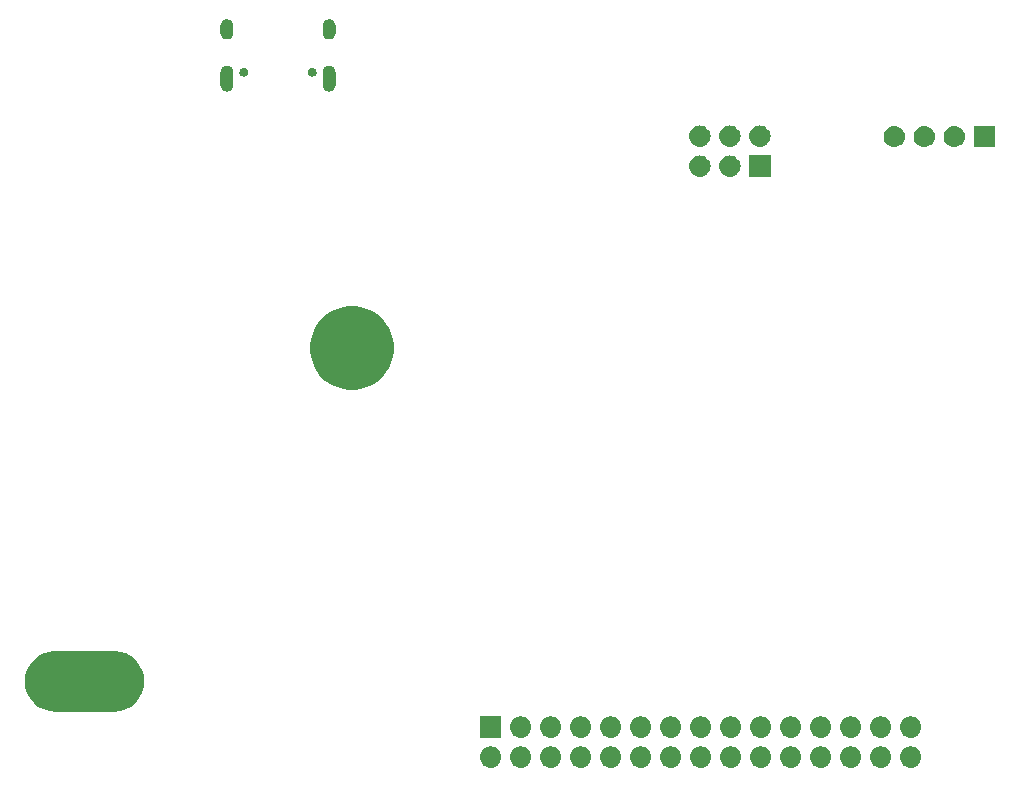
<source format=gts>
G04 #@! TF.GenerationSoftware,KiCad,Pcbnew,(5.1.0)-1*
G04 #@! TF.CreationDate,2019-07-26T12:40:46+09:00*
G04 #@! TF.ProjectId,ChocIn60,43686f63-496e-4363-902e-6b696361645f,rev?*
G04 #@! TF.SameCoordinates,Original*
G04 #@! TF.FileFunction,Soldermask,Top*
G04 #@! TF.FilePolarity,Negative*
%FSLAX46Y46*%
G04 Gerber Fmt 4.6, Leading zero omitted, Abs format (unit mm)*
G04 Created by KiCad (PCBNEW (5.1.0)-1) date 2019-07-26 12:40:46*
%MOMM*%
%LPD*%
G04 APERTURE LIST*
%ADD10C,0.100000*%
G04 APERTURE END LIST*
D10*
G36*
X109330443Y-112135519D02*
G01*
X109396627Y-112142037D01*
X109566466Y-112193557D01*
X109722991Y-112277222D01*
X109758729Y-112306552D01*
X109860186Y-112389814D01*
X109943448Y-112491271D01*
X109972778Y-112527009D01*
X110056443Y-112683534D01*
X110107963Y-112853373D01*
X110125359Y-113030000D01*
X110107963Y-113206627D01*
X110056443Y-113376466D01*
X109972778Y-113532991D01*
X109943448Y-113568729D01*
X109860186Y-113670186D01*
X109758729Y-113753448D01*
X109722991Y-113782778D01*
X109566466Y-113866443D01*
X109396627Y-113917963D01*
X109330443Y-113924481D01*
X109264260Y-113931000D01*
X109175740Y-113931000D01*
X109109557Y-113924481D01*
X109043373Y-113917963D01*
X108873534Y-113866443D01*
X108717009Y-113782778D01*
X108681271Y-113753448D01*
X108579814Y-113670186D01*
X108496552Y-113568729D01*
X108467222Y-113532991D01*
X108383557Y-113376466D01*
X108332037Y-113206627D01*
X108314641Y-113030000D01*
X108332037Y-112853373D01*
X108383557Y-112683534D01*
X108467222Y-112527009D01*
X108496552Y-112491271D01*
X108579814Y-112389814D01*
X108681271Y-112306552D01*
X108717009Y-112277222D01*
X108873534Y-112193557D01*
X109043373Y-112142037D01*
X109109557Y-112135519D01*
X109175740Y-112129000D01*
X109264260Y-112129000D01*
X109330443Y-112135519D01*
X109330443Y-112135519D01*
G37*
G36*
X111870443Y-112135519D02*
G01*
X111936627Y-112142037D01*
X112106466Y-112193557D01*
X112262991Y-112277222D01*
X112298729Y-112306552D01*
X112400186Y-112389814D01*
X112483448Y-112491271D01*
X112512778Y-112527009D01*
X112596443Y-112683534D01*
X112647963Y-112853373D01*
X112665359Y-113030000D01*
X112647963Y-113206627D01*
X112596443Y-113376466D01*
X112512778Y-113532991D01*
X112483448Y-113568729D01*
X112400186Y-113670186D01*
X112298729Y-113753448D01*
X112262991Y-113782778D01*
X112106466Y-113866443D01*
X111936627Y-113917963D01*
X111870443Y-113924481D01*
X111804260Y-113931000D01*
X111715740Y-113931000D01*
X111649557Y-113924481D01*
X111583373Y-113917963D01*
X111413534Y-113866443D01*
X111257009Y-113782778D01*
X111221271Y-113753448D01*
X111119814Y-113670186D01*
X111036552Y-113568729D01*
X111007222Y-113532991D01*
X110923557Y-113376466D01*
X110872037Y-113206627D01*
X110854641Y-113030000D01*
X110872037Y-112853373D01*
X110923557Y-112683534D01*
X111007222Y-112527009D01*
X111036552Y-112491271D01*
X111119814Y-112389814D01*
X111221271Y-112306552D01*
X111257009Y-112277222D01*
X111413534Y-112193557D01*
X111583373Y-112142037D01*
X111649557Y-112135519D01*
X111715740Y-112129000D01*
X111804260Y-112129000D01*
X111870443Y-112135519D01*
X111870443Y-112135519D01*
G37*
G36*
X76310443Y-112135519D02*
G01*
X76376627Y-112142037D01*
X76546466Y-112193557D01*
X76702991Y-112277222D01*
X76738729Y-112306552D01*
X76840186Y-112389814D01*
X76923448Y-112491271D01*
X76952778Y-112527009D01*
X77036443Y-112683534D01*
X77087963Y-112853373D01*
X77105359Y-113030000D01*
X77087963Y-113206627D01*
X77036443Y-113376466D01*
X76952778Y-113532991D01*
X76923448Y-113568729D01*
X76840186Y-113670186D01*
X76738729Y-113753448D01*
X76702991Y-113782778D01*
X76546466Y-113866443D01*
X76376627Y-113917963D01*
X76310443Y-113924481D01*
X76244260Y-113931000D01*
X76155740Y-113931000D01*
X76089557Y-113924481D01*
X76023373Y-113917963D01*
X75853534Y-113866443D01*
X75697009Y-113782778D01*
X75661271Y-113753448D01*
X75559814Y-113670186D01*
X75476552Y-113568729D01*
X75447222Y-113532991D01*
X75363557Y-113376466D01*
X75312037Y-113206627D01*
X75294641Y-113030000D01*
X75312037Y-112853373D01*
X75363557Y-112683534D01*
X75447222Y-112527009D01*
X75476552Y-112491271D01*
X75559814Y-112389814D01*
X75661271Y-112306552D01*
X75697009Y-112277222D01*
X75853534Y-112193557D01*
X76023373Y-112142037D01*
X76089557Y-112135519D01*
X76155740Y-112129000D01*
X76244260Y-112129000D01*
X76310443Y-112135519D01*
X76310443Y-112135519D01*
G37*
G36*
X78850443Y-112135519D02*
G01*
X78916627Y-112142037D01*
X79086466Y-112193557D01*
X79242991Y-112277222D01*
X79278729Y-112306552D01*
X79380186Y-112389814D01*
X79463448Y-112491271D01*
X79492778Y-112527009D01*
X79576443Y-112683534D01*
X79627963Y-112853373D01*
X79645359Y-113030000D01*
X79627963Y-113206627D01*
X79576443Y-113376466D01*
X79492778Y-113532991D01*
X79463448Y-113568729D01*
X79380186Y-113670186D01*
X79278729Y-113753448D01*
X79242991Y-113782778D01*
X79086466Y-113866443D01*
X78916627Y-113917963D01*
X78850443Y-113924481D01*
X78784260Y-113931000D01*
X78695740Y-113931000D01*
X78629557Y-113924481D01*
X78563373Y-113917963D01*
X78393534Y-113866443D01*
X78237009Y-113782778D01*
X78201271Y-113753448D01*
X78099814Y-113670186D01*
X78016552Y-113568729D01*
X77987222Y-113532991D01*
X77903557Y-113376466D01*
X77852037Y-113206627D01*
X77834641Y-113030000D01*
X77852037Y-112853373D01*
X77903557Y-112683534D01*
X77987222Y-112527009D01*
X78016552Y-112491271D01*
X78099814Y-112389814D01*
X78201271Y-112306552D01*
X78237009Y-112277222D01*
X78393534Y-112193557D01*
X78563373Y-112142037D01*
X78629557Y-112135519D01*
X78695740Y-112129000D01*
X78784260Y-112129000D01*
X78850443Y-112135519D01*
X78850443Y-112135519D01*
G37*
G36*
X81390443Y-112135519D02*
G01*
X81456627Y-112142037D01*
X81626466Y-112193557D01*
X81782991Y-112277222D01*
X81818729Y-112306552D01*
X81920186Y-112389814D01*
X82003448Y-112491271D01*
X82032778Y-112527009D01*
X82116443Y-112683534D01*
X82167963Y-112853373D01*
X82185359Y-113030000D01*
X82167963Y-113206627D01*
X82116443Y-113376466D01*
X82032778Y-113532991D01*
X82003448Y-113568729D01*
X81920186Y-113670186D01*
X81818729Y-113753448D01*
X81782991Y-113782778D01*
X81626466Y-113866443D01*
X81456627Y-113917963D01*
X81390443Y-113924481D01*
X81324260Y-113931000D01*
X81235740Y-113931000D01*
X81169557Y-113924481D01*
X81103373Y-113917963D01*
X80933534Y-113866443D01*
X80777009Y-113782778D01*
X80741271Y-113753448D01*
X80639814Y-113670186D01*
X80556552Y-113568729D01*
X80527222Y-113532991D01*
X80443557Y-113376466D01*
X80392037Y-113206627D01*
X80374641Y-113030000D01*
X80392037Y-112853373D01*
X80443557Y-112683534D01*
X80527222Y-112527009D01*
X80556552Y-112491271D01*
X80639814Y-112389814D01*
X80741271Y-112306552D01*
X80777009Y-112277222D01*
X80933534Y-112193557D01*
X81103373Y-112142037D01*
X81169557Y-112135519D01*
X81235740Y-112129000D01*
X81324260Y-112129000D01*
X81390443Y-112135519D01*
X81390443Y-112135519D01*
G37*
G36*
X83930443Y-112135519D02*
G01*
X83996627Y-112142037D01*
X84166466Y-112193557D01*
X84322991Y-112277222D01*
X84358729Y-112306552D01*
X84460186Y-112389814D01*
X84543448Y-112491271D01*
X84572778Y-112527009D01*
X84656443Y-112683534D01*
X84707963Y-112853373D01*
X84725359Y-113030000D01*
X84707963Y-113206627D01*
X84656443Y-113376466D01*
X84572778Y-113532991D01*
X84543448Y-113568729D01*
X84460186Y-113670186D01*
X84358729Y-113753448D01*
X84322991Y-113782778D01*
X84166466Y-113866443D01*
X83996627Y-113917963D01*
X83930443Y-113924481D01*
X83864260Y-113931000D01*
X83775740Y-113931000D01*
X83709557Y-113924481D01*
X83643373Y-113917963D01*
X83473534Y-113866443D01*
X83317009Y-113782778D01*
X83281271Y-113753448D01*
X83179814Y-113670186D01*
X83096552Y-113568729D01*
X83067222Y-113532991D01*
X82983557Y-113376466D01*
X82932037Y-113206627D01*
X82914641Y-113030000D01*
X82932037Y-112853373D01*
X82983557Y-112683534D01*
X83067222Y-112527009D01*
X83096552Y-112491271D01*
X83179814Y-112389814D01*
X83281271Y-112306552D01*
X83317009Y-112277222D01*
X83473534Y-112193557D01*
X83643373Y-112142037D01*
X83709557Y-112135519D01*
X83775740Y-112129000D01*
X83864260Y-112129000D01*
X83930443Y-112135519D01*
X83930443Y-112135519D01*
G37*
G36*
X86470443Y-112135519D02*
G01*
X86536627Y-112142037D01*
X86706466Y-112193557D01*
X86862991Y-112277222D01*
X86898729Y-112306552D01*
X87000186Y-112389814D01*
X87083448Y-112491271D01*
X87112778Y-112527009D01*
X87196443Y-112683534D01*
X87247963Y-112853373D01*
X87265359Y-113030000D01*
X87247963Y-113206627D01*
X87196443Y-113376466D01*
X87112778Y-113532991D01*
X87083448Y-113568729D01*
X87000186Y-113670186D01*
X86898729Y-113753448D01*
X86862991Y-113782778D01*
X86706466Y-113866443D01*
X86536627Y-113917963D01*
X86470443Y-113924481D01*
X86404260Y-113931000D01*
X86315740Y-113931000D01*
X86249557Y-113924481D01*
X86183373Y-113917963D01*
X86013534Y-113866443D01*
X85857009Y-113782778D01*
X85821271Y-113753448D01*
X85719814Y-113670186D01*
X85636552Y-113568729D01*
X85607222Y-113532991D01*
X85523557Y-113376466D01*
X85472037Y-113206627D01*
X85454641Y-113030000D01*
X85472037Y-112853373D01*
X85523557Y-112683534D01*
X85607222Y-112527009D01*
X85636552Y-112491271D01*
X85719814Y-112389814D01*
X85821271Y-112306552D01*
X85857009Y-112277222D01*
X86013534Y-112193557D01*
X86183373Y-112142037D01*
X86249557Y-112135519D01*
X86315740Y-112129000D01*
X86404260Y-112129000D01*
X86470443Y-112135519D01*
X86470443Y-112135519D01*
G37*
G36*
X89010443Y-112135519D02*
G01*
X89076627Y-112142037D01*
X89246466Y-112193557D01*
X89402991Y-112277222D01*
X89438729Y-112306552D01*
X89540186Y-112389814D01*
X89623448Y-112491271D01*
X89652778Y-112527009D01*
X89736443Y-112683534D01*
X89787963Y-112853373D01*
X89805359Y-113030000D01*
X89787963Y-113206627D01*
X89736443Y-113376466D01*
X89652778Y-113532991D01*
X89623448Y-113568729D01*
X89540186Y-113670186D01*
X89438729Y-113753448D01*
X89402991Y-113782778D01*
X89246466Y-113866443D01*
X89076627Y-113917963D01*
X89010443Y-113924481D01*
X88944260Y-113931000D01*
X88855740Y-113931000D01*
X88789557Y-113924481D01*
X88723373Y-113917963D01*
X88553534Y-113866443D01*
X88397009Y-113782778D01*
X88361271Y-113753448D01*
X88259814Y-113670186D01*
X88176552Y-113568729D01*
X88147222Y-113532991D01*
X88063557Y-113376466D01*
X88012037Y-113206627D01*
X87994641Y-113030000D01*
X88012037Y-112853373D01*
X88063557Y-112683534D01*
X88147222Y-112527009D01*
X88176552Y-112491271D01*
X88259814Y-112389814D01*
X88361271Y-112306552D01*
X88397009Y-112277222D01*
X88553534Y-112193557D01*
X88723373Y-112142037D01*
X88789557Y-112135519D01*
X88855740Y-112129000D01*
X88944260Y-112129000D01*
X89010443Y-112135519D01*
X89010443Y-112135519D01*
G37*
G36*
X91550443Y-112135519D02*
G01*
X91616627Y-112142037D01*
X91786466Y-112193557D01*
X91942991Y-112277222D01*
X91978729Y-112306552D01*
X92080186Y-112389814D01*
X92163448Y-112491271D01*
X92192778Y-112527009D01*
X92276443Y-112683534D01*
X92327963Y-112853373D01*
X92345359Y-113030000D01*
X92327963Y-113206627D01*
X92276443Y-113376466D01*
X92192778Y-113532991D01*
X92163448Y-113568729D01*
X92080186Y-113670186D01*
X91978729Y-113753448D01*
X91942991Y-113782778D01*
X91786466Y-113866443D01*
X91616627Y-113917963D01*
X91550443Y-113924481D01*
X91484260Y-113931000D01*
X91395740Y-113931000D01*
X91329557Y-113924481D01*
X91263373Y-113917963D01*
X91093534Y-113866443D01*
X90937009Y-113782778D01*
X90901271Y-113753448D01*
X90799814Y-113670186D01*
X90716552Y-113568729D01*
X90687222Y-113532991D01*
X90603557Y-113376466D01*
X90552037Y-113206627D01*
X90534641Y-113030000D01*
X90552037Y-112853373D01*
X90603557Y-112683534D01*
X90687222Y-112527009D01*
X90716552Y-112491271D01*
X90799814Y-112389814D01*
X90901271Y-112306552D01*
X90937009Y-112277222D01*
X91093534Y-112193557D01*
X91263373Y-112142037D01*
X91329557Y-112135519D01*
X91395740Y-112129000D01*
X91484260Y-112129000D01*
X91550443Y-112135519D01*
X91550443Y-112135519D01*
G37*
G36*
X94090443Y-112135519D02*
G01*
X94156627Y-112142037D01*
X94326466Y-112193557D01*
X94482991Y-112277222D01*
X94518729Y-112306552D01*
X94620186Y-112389814D01*
X94703448Y-112491271D01*
X94732778Y-112527009D01*
X94816443Y-112683534D01*
X94867963Y-112853373D01*
X94885359Y-113030000D01*
X94867963Y-113206627D01*
X94816443Y-113376466D01*
X94732778Y-113532991D01*
X94703448Y-113568729D01*
X94620186Y-113670186D01*
X94518729Y-113753448D01*
X94482991Y-113782778D01*
X94326466Y-113866443D01*
X94156627Y-113917963D01*
X94090443Y-113924481D01*
X94024260Y-113931000D01*
X93935740Y-113931000D01*
X93869557Y-113924481D01*
X93803373Y-113917963D01*
X93633534Y-113866443D01*
X93477009Y-113782778D01*
X93441271Y-113753448D01*
X93339814Y-113670186D01*
X93256552Y-113568729D01*
X93227222Y-113532991D01*
X93143557Y-113376466D01*
X93092037Y-113206627D01*
X93074641Y-113030000D01*
X93092037Y-112853373D01*
X93143557Y-112683534D01*
X93227222Y-112527009D01*
X93256552Y-112491271D01*
X93339814Y-112389814D01*
X93441271Y-112306552D01*
X93477009Y-112277222D01*
X93633534Y-112193557D01*
X93803373Y-112142037D01*
X93869557Y-112135519D01*
X93935740Y-112129000D01*
X94024260Y-112129000D01*
X94090443Y-112135519D01*
X94090443Y-112135519D01*
G37*
G36*
X96630443Y-112135519D02*
G01*
X96696627Y-112142037D01*
X96866466Y-112193557D01*
X97022991Y-112277222D01*
X97058729Y-112306552D01*
X97160186Y-112389814D01*
X97243448Y-112491271D01*
X97272778Y-112527009D01*
X97356443Y-112683534D01*
X97407963Y-112853373D01*
X97425359Y-113030000D01*
X97407963Y-113206627D01*
X97356443Y-113376466D01*
X97272778Y-113532991D01*
X97243448Y-113568729D01*
X97160186Y-113670186D01*
X97058729Y-113753448D01*
X97022991Y-113782778D01*
X96866466Y-113866443D01*
X96696627Y-113917963D01*
X96630443Y-113924481D01*
X96564260Y-113931000D01*
X96475740Y-113931000D01*
X96409557Y-113924481D01*
X96343373Y-113917963D01*
X96173534Y-113866443D01*
X96017009Y-113782778D01*
X95981271Y-113753448D01*
X95879814Y-113670186D01*
X95796552Y-113568729D01*
X95767222Y-113532991D01*
X95683557Y-113376466D01*
X95632037Y-113206627D01*
X95614641Y-113030000D01*
X95632037Y-112853373D01*
X95683557Y-112683534D01*
X95767222Y-112527009D01*
X95796552Y-112491271D01*
X95879814Y-112389814D01*
X95981271Y-112306552D01*
X96017009Y-112277222D01*
X96173534Y-112193557D01*
X96343373Y-112142037D01*
X96409557Y-112135519D01*
X96475740Y-112129000D01*
X96564260Y-112129000D01*
X96630443Y-112135519D01*
X96630443Y-112135519D01*
G37*
G36*
X99170443Y-112135519D02*
G01*
X99236627Y-112142037D01*
X99406466Y-112193557D01*
X99562991Y-112277222D01*
X99598729Y-112306552D01*
X99700186Y-112389814D01*
X99783448Y-112491271D01*
X99812778Y-112527009D01*
X99896443Y-112683534D01*
X99947963Y-112853373D01*
X99965359Y-113030000D01*
X99947963Y-113206627D01*
X99896443Y-113376466D01*
X99812778Y-113532991D01*
X99783448Y-113568729D01*
X99700186Y-113670186D01*
X99598729Y-113753448D01*
X99562991Y-113782778D01*
X99406466Y-113866443D01*
X99236627Y-113917963D01*
X99170443Y-113924481D01*
X99104260Y-113931000D01*
X99015740Y-113931000D01*
X98949557Y-113924481D01*
X98883373Y-113917963D01*
X98713534Y-113866443D01*
X98557009Y-113782778D01*
X98521271Y-113753448D01*
X98419814Y-113670186D01*
X98336552Y-113568729D01*
X98307222Y-113532991D01*
X98223557Y-113376466D01*
X98172037Y-113206627D01*
X98154641Y-113030000D01*
X98172037Y-112853373D01*
X98223557Y-112683534D01*
X98307222Y-112527009D01*
X98336552Y-112491271D01*
X98419814Y-112389814D01*
X98521271Y-112306552D01*
X98557009Y-112277222D01*
X98713534Y-112193557D01*
X98883373Y-112142037D01*
X98949557Y-112135519D01*
X99015740Y-112129000D01*
X99104260Y-112129000D01*
X99170443Y-112135519D01*
X99170443Y-112135519D01*
G37*
G36*
X101710443Y-112135519D02*
G01*
X101776627Y-112142037D01*
X101946466Y-112193557D01*
X102102991Y-112277222D01*
X102138729Y-112306552D01*
X102240186Y-112389814D01*
X102323448Y-112491271D01*
X102352778Y-112527009D01*
X102436443Y-112683534D01*
X102487963Y-112853373D01*
X102505359Y-113030000D01*
X102487963Y-113206627D01*
X102436443Y-113376466D01*
X102352778Y-113532991D01*
X102323448Y-113568729D01*
X102240186Y-113670186D01*
X102138729Y-113753448D01*
X102102991Y-113782778D01*
X101946466Y-113866443D01*
X101776627Y-113917963D01*
X101710443Y-113924481D01*
X101644260Y-113931000D01*
X101555740Y-113931000D01*
X101489557Y-113924481D01*
X101423373Y-113917963D01*
X101253534Y-113866443D01*
X101097009Y-113782778D01*
X101061271Y-113753448D01*
X100959814Y-113670186D01*
X100876552Y-113568729D01*
X100847222Y-113532991D01*
X100763557Y-113376466D01*
X100712037Y-113206627D01*
X100694641Y-113030000D01*
X100712037Y-112853373D01*
X100763557Y-112683534D01*
X100847222Y-112527009D01*
X100876552Y-112491271D01*
X100959814Y-112389814D01*
X101061271Y-112306552D01*
X101097009Y-112277222D01*
X101253534Y-112193557D01*
X101423373Y-112142037D01*
X101489557Y-112135519D01*
X101555740Y-112129000D01*
X101644260Y-112129000D01*
X101710443Y-112135519D01*
X101710443Y-112135519D01*
G37*
G36*
X104250443Y-112135519D02*
G01*
X104316627Y-112142037D01*
X104486466Y-112193557D01*
X104642991Y-112277222D01*
X104678729Y-112306552D01*
X104780186Y-112389814D01*
X104863448Y-112491271D01*
X104892778Y-112527009D01*
X104976443Y-112683534D01*
X105027963Y-112853373D01*
X105045359Y-113030000D01*
X105027963Y-113206627D01*
X104976443Y-113376466D01*
X104892778Y-113532991D01*
X104863448Y-113568729D01*
X104780186Y-113670186D01*
X104678729Y-113753448D01*
X104642991Y-113782778D01*
X104486466Y-113866443D01*
X104316627Y-113917963D01*
X104250443Y-113924481D01*
X104184260Y-113931000D01*
X104095740Y-113931000D01*
X104029557Y-113924481D01*
X103963373Y-113917963D01*
X103793534Y-113866443D01*
X103637009Y-113782778D01*
X103601271Y-113753448D01*
X103499814Y-113670186D01*
X103416552Y-113568729D01*
X103387222Y-113532991D01*
X103303557Y-113376466D01*
X103252037Y-113206627D01*
X103234641Y-113030000D01*
X103252037Y-112853373D01*
X103303557Y-112683534D01*
X103387222Y-112527009D01*
X103416552Y-112491271D01*
X103499814Y-112389814D01*
X103601271Y-112306552D01*
X103637009Y-112277222D01*
X103793534Y-112193557D01*
X103963373Y-112142037D01*
X104029557Y-112135519D01*
X104095740Y-112129000D01*
X104184260Y-112129000D01*
X104250443Y-112135519D01*
X104250443Y-112135519D01*
G37*
G36*
X106790443Y-112135519D02*
G01*
X106856627Y-112142037D01*
X107026466Y-112193557D01*
X107182991Y-112277222D01*
X107218729Y-112306552D01*
X107320186Y-112389814D01*
X107403448Y-112491271D01*
X107432778Y-112527009D01*
X107516443Y-112683534D01*
X107567963Y-112853373D01*
X107585359Y-113030000D01*
X107567963Y-113206627D01*
X107516443Y-113376466D01*
X107432778Y-113532991D01*
X107403448Y-113568729D01*
X107320186Y-113670186D01*
X107218729Y-113753448D01*
X107182991Y-113782778D01*
X107026466Y-113866443D01*
X106856627Y-113917963D01*
X106790443Y-113924481D01*
X106724260Y-113931000D01*
X106635740Y-113931000D01*
X106569557Y-113924481D01*
X106503373Y-113917963D01*
X106333534Y-113866443D01*
X106177009Y-113782778D01*
X106141271Y-113753448D01*
X106039814Y-113670186D01*
X105956552Y-113568729D01*
X105927222Y-113532991D01*
X105843557Y-113376466D01*
X105792037Y-113206627D01*
X105774641Y-113030000D01*
X105792037Y-112853373D01*
X105843557Y-112683534D01*
X105927222Y-112527009D01*
X105956552Y-112491271D01*
X106039814Y-112389814D01*
X106141271Y-112306552D01*
X106177009Y-112277222D01*
X106333534Y-112193557D01*
X106503373Y-112142037D01*
X106569557Y-112135519D01*
X106635740Y-112129000D01*
X106724260Y-112129000D01*
X106790443Y-112135519D01*
X106790443Y-112135519D01*
G37*
G36*
X77101000Y-111391000D02*
G01*
X75299000Y-111391000D01*
X75299000Y-109589000D01*
X77101000Y-109589000D01*
X77101000Y-111391000D01*
X77101000Y-111391000D01*
G37*
G36*
X78850442Y-109595518D02*
G01*
X78916627Y-109602037D01*
X79086466Y-109653557D01*
X79242991Y-109737222D01*
X79278729Y-109766552D01*
X79380186Y-109849814D01*
X79463448Y-109951271D01*
X79492778Y-109987009D01*
X79576443Y-110143534D01*
X79627963Y-110313373D01*
X79645359Y-110490000D01*
X79627963Y-110666627D01*
X79576443Y-110836466D01*
X79492778Y-110992991D01*
X79463448Y-111028729D01*
X79380186Y-111130186D01*
X79278729Y-111213448D01*
X79242991Y-111242778D01*
X79086466Y-111326443D01*
X78916627Y-111377963D01*
X78850443Y-111384481D01*
X78784260Y-111391000D01*
X78695740Y-111391000D01*
X78629557Y-111384481D01*
X78563373Y-111377963D01*
X78393534Y-111326443D01*
X78237009Y-111242778D01*
X78201271Y-111213448D01*
X78099814Y-111130186D01*
X78016552Y-111028729D01*
X77987222Y-110992991D01*
X77903557Y-110836466D01*
X77852037Y-110666627D01*
X77834641Y-110490000D01*
X77852037Y-110313373D01*
X77903557Y-110143534D01*
X77987222Y-109987009D01*
X78016552Y-109951271D01*
X78099814Y-109849814D01*
X78201271Y-109766552D01*
X78237009Y-109737222D01*
X78393534Y-109653557D01*
X78563373Y-109602037D01*
X78629558Y-109595518D01*
X78695740Y-109589000D01*
X78784260Y-109589000D01*
X78850442Y-109595518D01*
X78850442Y-109595518D01*
G37*
G36*
X81390442Y-109595518D02*
G01*
X81456627Y-109602037D01*
X81626466Y-109653557D01*
X81782991Y-109737222D01*
X81818729Y-109766552D01*
X81920186Y-109849814D01*
X82003448Y-109951271D01*
X82032778Y-109987009D01*
X82116443Y-110143534D01*
X82167963Y-110313373D01*
X82185359Y-110490000D01*
X82167963Y-110666627D01*
X82116443Y-110836466D01*
X82032778Y-110992991D01*
X82003448Y-111028729D01*
X81920186Y-111130186D01*
X81818729Y-111213448D01*
X81782991Y-111242778D01*
X81626466Y-111326443D01*
X81456627Y-111377963D01*
X81390443Y-111384481D01*
X81324260Y-111391000D01*
X81235740Y-111391000D01*
X81169557Y-111384481D01*
X81103373Y-111377963D01*
X80933534Y-111326443D01*
X80777009Y-111242778D01*
X80741271Y-111213448D01*
X80639814Y-111130186D01*
X80556552Y-111028729D01*
X80527222Y-110992991D01*
X80443557Y-110836466D01*
X80392037Y-110666627D01*
X80374641Y-110490000D01*
X80392037Y-110313373D01*
X80443557Y-110143534D01*
X80527222Y-109987009D01*
X80556552Y-109951271D01*
X80639814Y-109849814D01*
X80741271Y-109766552D01*
X80777009Y-109737222D01*
X80933534Y-109653557D01*
X81103373Y-109602037D01*
X81169558Y-109595518D01*
X81235740Y-109589000D01*
X81324260Y-109589000D01*
X81390442Y-109595518D01*
X81390442Y-109595518D01*
G37*
G36*
X83930442Y-109595518D02*
G01*
X83996627Y-109602037D01*
X84166466Y-109653557D01*
X84322991Y-109737222D01*
X84358729Y-109766552D01*
X84460186Y-109849814D01*
X84543448Y-109951271D01*
X84572778Y-109987009D01*
X84656443Y-110143534D01*
X84707963Y-110313373D01*
X84725359Y-110490000D01*
X84707963Y-110666627D01*
X84656443Y-110836466D01*
X84572778Y-110992991D01*
X84543448Y-111028729D01*
X84460186Y-111130186D01*
X84358729Y-111213448D01*
X84322991Y-111242778D01*
X84166466Y-111326443D01*
X83996627Y-111377963D01*
X83930443Y-111384481D01*
X83864260Y-111391000D01*
X83775740Y-111391000D01*
X83709557Y-111384481D01*
X83643373Y-111377963D01*
X83473534Y-111326443D01*
X83317009Y-111242778D01*
X83281271Y-111213448D01*
X83179814Y-111130186D01*
X83096552Y-111028729D01*
X83067222Y-110992991D01*
X82983557Y-110836466D01*
X82932037Y-110666627D01*
X82914641Y-110490000D01*
X82932037Y-110313373D01*
X82983557Y-110143534D01*
X83067222Y-109987009D01*
X83096552Y-109951271D01*
X83179814Y-109849814D01*
X83281271Y-109766552D01*
X83317009Y-109737222D01*
X83473534Y-109653557D01*
X83643373Y-109602037D01*
X83709558Y-109595518D01*
X83775740Y-109589000D01*
X83864260Y-109589000D01*
X83930442Y-109595518D01*
X83930442Y-109595518D01*
G37*
G36*
X86470442Y-109595518D02*
G01*
X86536627Y-109602037D01*
X86706466Y-109653557D01*
X86862991Y-109737222D01*
X86898729Y-109766552D01*
X87000186Y-109849814D01*
X87083448Y-109951271D01*
X87112778Y-109987009D01*
X87196443Y-110143534D01*
X87247963Y-110313373D01*
X87265359Y-110490000D01*
X87247963Y-110666627D01*
X87196443Y-110836466D01*
X87112778Y-110992991D01*
X87083448Y-111028729D01*
X87000186Y-111130186D01*
X86898729Y-111213448D01*
X86862991Y-111242778D01*
X86706466Y-111326443D01*
X86536627Y-111377963D01*
X86470443Y-111384481D01*
X86404260Y-111391000D01*
X86315740Y-111391000D01*
X86249557Y-111384481D01*
X86183373Y-111377963D01*
X86013534Y-111326443D01*
X85857009Y-111242778D01*
X85821271Y-111213448D01*
X85719814Y-111130186D01*
X85636552Y-111028729D01*
X85607222Y-110992991D01*
X85523557Y-110836466D01*
X85472037Y-110666627D01*
X85454641Y-110490000D01*
X85472037Y-110313373D01*
X85523557Y-110143534D01*
X85607222Y-109987009D01*
X85636552Y-109951271D01*
X85719814Y-109849814D01*
X85821271Y-109766552D01*
X85857009Y-109737222D01*
X86013534Y-109653557D01*
X86183373Y-109602037D01*
X86249558Y-109595518D01*
X86315740Y-109589000D01*
X86404260Y-109589000D01*
X86470442Y-109595518D01*
X86470442Y-109595518D01*
G37*
G36*
X89010442Y-109595518D02*
G01*
X89076627Y-109602037D01*
X89246466Y-109653557D01*
X89402991Y-109737222D01*
X89438729Y-109766552D01*
X89540186Y-109849814D01*
X89623448Y-109951271D01*
X89652778Y-109987009D01*
X89736443Y-110143534D01*
X89787963Y-110313373D01*
X89805359Y-110490000D01*
X89787963Y-110666627D01*
X89736443Y-110836466D01*
X89652778Y-110992991D01*
X89623448Y-111028729D01*
X89540186Y-111130186D01*
X89438729Y-111213448D01*
X89402991Y-111242778D01*
X89246466Y-111326443D01*
X89076627Y-111377963D01*
X89010443Y-111384481D01*
X88944260Y-111391000D01*
X88855740Y-111391000D01*
X88789557Y-111384481D01*
X88723373Y-111377963D01*
X88553534Y-111326443D01*
X88397009Y-111242778D01*
X88361271Y-111213448D01*
X88259814Y-111130186D01*
X88176552Y-111028729D01*
X88147222Y-110992991D01*
X88063557Y-110836466D01*
X88012037Y-110666627D01*
X87994641Y-110490000D01*
X88012037Y-110313373D01*
X88063557Y-110143534D01*
X88147222Y-109987009D01*
X88176552Y-109951271D01*
X88259814Y-109849814D01*
X88361271Y-109766552D01*
X88397009Y-109737222D01*
X88553534Y-109653557D01*
X88723373Y-109602037D01*
X88789558Y-109595518D01*
X88855740Y-109589000D01*
X88944260Y-109589000D01*
X89010442Y-109595518D01*
X89010442Y-109595518D01*
G37*
G36*
X91550442Y-109595518D02*
G01*
X91616627Y-109602037D01*
X91786466Y-109653557D01*
X91942991Y-109737222D01*
X91978729Y-109766552D01*
X92080186Y-109849814D01*
X92163448Y-109951271D01*
X92192778Y-109987009D01*
X92276443Y-110143534D01*
X92327963Y-110313373D01*
X92345359Y-110490000D01*
X92327963Y-110666627D01*
X92276443Y-110836466D01*
X92192778Y-110992991D01*
X92163448Y-111028729D01*
X92080186Y-111130186D01*
X91978729Y-111213448D01*
X91942991Y-111242778D01*
X91786466Y-111326443D01*
X91616627Y-111377963D01*
X91550443Y-111384481D01*
X91484260Y-111391000D01*
X91395740Y-111391000D01*
X91329557Y-111384481D01*
X91263373Y-111377963D01*
X91093534Y-111326443D01*
X90937009Y-111242778D01*
X90901271Y-111213448D01*
X90799814Y-111130186D01*
X90716552Y-111028729D01*
X90687222Y-110992991D01*
X90603557Y-110836466D01*
X90552037Y-110666627D01*
X90534641Y-110490000D01*
X90552037Y-110313373D01*
X90603557Y-110143534D01*
X90687222Y-109987009D01*
X90716552Y-109951271D01*
X90799814Y-109849814D01*
X90901271Y-109766552D01*
X90937009Y-109737222D01*
X91093534Y-109653557D01*
X91263373Y-109602037D01*
X91329558Y-109595518D01*
X91395740Y-109589000D01*
X91484260Y-109589000D01*
X91550442Y-109595518D01*
X91550442Y-109595518D01*
G37*
G36*
X99170442Y-109595518D02*
G01*
X99236627Y-109602037D01*
X99406466Y-109653557D01*
X99562991Y-109737222D01*
X99598729Y-109766552D01*
X99700186Y-109849814D01*
X99783448Y-109951271D01*
X99812778Y-109987009D01*
X99896443Y-110143534D01*
X99947963Y-110313373D01*
X99965359Y-110490000D01*
X99947963Y-110666627D01*
X99896443Y-110836466D01*
X99812778Y-110992991D01*
X99783448Y-111028729D01*
X99700186Y-111130186D01*
X99598729Y-111213448D01*
X99562991Y-111242778D01*
X99406466Y-111326443D01*
X99236627Y-111377963D01*
X99170443Y-111384481D01*
X99104260Y-111391000D01*
X99015740Y-111391000D01*
X98949557Y-111384481D01*
X98883373Y-111377963D01*
X98713534Y-111326443D01*
X98557009Y-111242778D01*
X98521271Y-111213448D01*
X98419814Y-111130186D01*
X98336552Y-111028729D01*
X98307222Y-110992991D01*
X98223557Y-110836466D01*
X98172037Y-110666627D01*
X98154641Y-110490000D01*
X98172037Y-110313373D01*
X98223557Y-110143534D01*
X98307222Y-109987009D01*
X98336552Y-109951271D01*
X98419814Y-109849814D01*
X98521271Y-109766552D01*
X98557009Y-109737222D01*
X98713534Y-109653557D01*
X98883373Y-109602037D01*
X98949558Y-109595518D01*
X99015740Y-109589000D01*
X99104260Y-109589000D01*
X99170442Y-109595518D01*
X99170442Y-109595518D01*
G37*
G36*
X101710442Y-109595518D02*
G01*
X101776627Y-109602037D01*
X101946466Y-109653557D01*
X102102991Y-109737222D01*
X102138729Y-109766552D01*
X102240186Y-109849814D01*
X102323448Y-109951271D01*
X102352778Y-109987009D01*
X102436443Y-110143534D01*
X102487963Y-110313373D01*
X102505359Y-110490000D01*
X102487963Y-110666627D01*
X102436443Y-110836466D01*
X102352778Y-110992991D01*
X102323448Y-111028729D01*
X102240186Y-111130186D01*
X102138729Y-111213448D01*
X102102991Y-111242778D01*
X101946466Y-111326443D01*
X101776627Y-111377963D01*
X101710443Y-111384481D01*
X101644260Y-111391000D01*
X101555740Y-111391000D01*
X101489557Y-111384481D01*
X101423373Y-111377963D01*
X101253534Y-111326443D01*
X101097009Y-111242778D01*
X101061271Y-111213448D01*
X100959814Y-111130186D01*
X100876552Y-111028729D01*
X100847222Y-110992991D01*
X100763557Y-110836466D01*
X100712037Y-110666627D01*
X100694641Y-110490000D01*
X100712037Y-110313373D01*
X100763557Y-110143534D01*
X100847222Y-109987009D01*
X100876552Y-109951271D01*
X100959814Y-109849814D01*
X101061271Y-109766552D01*
X101097009Y-109737222D01*
X101253534Y-109653557D01*
X101423373Y-109602037D01*
X101489558Y-109595518D01*
X101555740Y-109589000D01*
X101644260Y-109589000D01*
X101710442Y-109595518D01*
X101710442Y-109595518D01*
G37*
G36*
X109330442Y-109595518D02*
G01*
X109396627Y-109602037D01*
X109566466Y-109653557D01*
X109722991Y-109737222D01*
X109758729Y-109766552D01*
X109860186Y-109849814D01*
X109943448Y-109951271D01*
X109972778Y-109987009D01*
X110056443Y-110143534D01*
X110107963Y-110313373D01*
X110125359Y-110490000D01*
X110107963Y-110666627D01*
X110056443Y-110836466D01*
X109972778Y-110992991D01*
X109943448Y-111028729D01*
X109860186Y-111130186D01*
X109758729Y-111213448D01*
X109722991Y-111242778D01*
X109566466Y-111326443D01*
X109396627Y-111377963D01*
X109330443Y-111384481D01*
X109264260Y-111391000D01*
X109175740Y-111391000D01*
X109109557Y-111384481D01*
X109043373Y-111377963D01*
X108873534Y-111326443D01*
X108717009Y-111242778D01*
X108681271Y-111213448D01*
X108579814Y-111130186D01*
X108496552Y-111028729D01*
X108467222Y-110992991D01*
X108383557Y-110836466D01*
X108332037Y-110666627D01*
X108314641Y-110490000D01*
X108332037Y-110313373D01*
X108383557Y-110143534D01*
X108467222Y-109987009D01*
X108496552Y-109951271D01*
X108579814Y-109849814D01*
X108681271Y-109766552D01*
X108717009Y-109737222D01*
X108873534Y-109653557D01*
X109043373Y-109602037D01*
X109109558Y-109595518D01*
X109175740Y-109589000D01*
X109264260Y-109589000D01*
X109330442Y-109595518D01*
X109330442Y-109595518D01*
G37*
G36*
X104250442Y-109595518D02*
G01*
X104316627Y-109602037D01*
X104486466Y-109653557D01*
X104642991Y-109737222D01*
X104678729Y-109766552D01*
X104780186Y-109849814D01*
X104863448Y-109951271D01*
X104892778Y-109987009D01*
X104976443Y-110143534D01*
X105027963Y-110313373D01*
X105045359Y-110490000D01*
X105027963Y-110666627D01*
X104976443Y-110836466D01*
X104892778Y-110992991D01*
X104863448Y-111028729D01*
X104780186Y-111130186D01*
X104678729Y-111213448D01*
X104642991Y-111242778D01*
X104486466Y-111326443D01*
X104316627Y-111377963D01*
X104250443Y-111384481D01*
X104184260Y-111391000D01*
X104095740Y-111391000D01*
X104029557Y-111384481D01*
X103963373Y-111377963D01*
X103793534Y-111326443D01*
X103637009Y-111242778D01*
X103601271Y-111213448D01*
X103499814Y-111130186D01*
X103416552Y-111028729D01*
X103387222Y-110992991D01*
X103303557Y-110836466D01*
X103252037Y-110666627D01*
X103234641Y-110490000D01*
X103252037Y-110313373D01*
X103303557Y-110143534D01*
X103387222Y-109987009D01*
X103416552Y-109951271D01*
X103499814Y-109849814D01*
X103601271Y-109766552D01*
X103637009Y-109737222D01*
X103793534Y-109653557D01*
X103963373Y-109602037D01*
X104029558Y-109595518D01*
X104095740Y-109589000D01*
X104184260Y-109589000D01*
X104250442Y-109595518D01*
X104250442Y-109595518D01*
G37*
G36*
X111870442Y-109595518D02*
G01*
X111936627Y-109602037D01*
X112106466Y-109653557D01*
X112262991Y-109737222D01*
X112298729Y-109766552D01*
X112400186Y-109849814D01*
X112483448Y-109951271D01*
X112512778Y-109987009D01*
X112596443Y-110143534D01*
X112647963Y-110313373D01*
X112665359Y-110490000D01*
X112647963Y-110666627D01*
X112596443Y-110836466D01*
X112512778Y-110992991D01*
X112483448Y-111028729D01*
X112400186Y-111130186D01*
X112298729Y-111213448D01*
X112262991Y-111242778D01*
X112106466Y-111326443D01*
X111936627Y-111377963D01*
X111870443Y-111384481D01*
X111804260Y-111391000D01*
X111715740Y-111391000D01*
X111649557Y-111384481D01*
X111583373Y-111377963D01*
X111413534Y-111326443D01*
X111257009Y-111242778D01*
X111221271Y-111213448D01*
X111119814Y-111130186D01*
X111036552Y-111028729D01*
X111007222Y-110992991D01*
X110923557Y-110836466D01*
X110872037Y-110666627D01*
X110854641Y-110490000D01*
X110872037Y-110313373D01*
X110923557Y-110143534D01*
X111007222Y-109987009D01*
X111036552Y-109951271D01*
X111119814Y-109849814D01*
X111221271Y-109766552D01*
X111257009Y-109737222D01*
X111413534Y-109653557D01*
X111583373Y-109602037D01*
X111649558Y-109595518D01*
X111715740Y-109589000D01*
X111804260Y-109589000D01*
X111870442Y-109595518D01*
X111870442Y-109595518D01*
G37*
G36*
X106790442Y-109595518D02*
G01*
X106856627Y-109602037D01*
X107026466Y-109653557D01*
X107182991Y-109737222D01*
X107218729Y-109766552D01*
X107320186Y-109849814D01*
X107403448Y-109951271D01*
X107432778Y-109987009D01*
X107516443Y-110143534D01*
X107567963Y-110313373D01*
X107585359Y-110490000D01*
X107567963Y-110666627D01*
X107516443Y-110836466D01*
X107432778Y-110992991D01*
X107403448Y-111028729D01*
X107320186Y-111130186D01*
X107218729Y-111213448D01*
X107182991Y-111242778D01*
X107026466Y-111326443D01*
X106856627Y-111377963D01*
X106790443Y-111384481D01*
X106724260Y-111391000D01*
X106635740Y-111391000D01*
X106569557Y-111384481D01*
X106503373Y-111377963D01*
X106333534Y-111326443D01*
X106177009Y-111242778D01*
X106141271Y-111213448D01*
X106039814Y-111130186D01*
X105956552Y-111028729D01*
X105927222Y-110992991D01*
X105843557Y-110836466D01*
X105792037Y-110666627D01*
X105774641Y-110490000D01*
X105792037Y-110313373D01*
X105843557Y-110143534D01*
X105927222Y-109987009D01*
X105956552Y-109951271D01*
X106039814Y-109849814D01*
X106141271Y-109766552D01*
X106177009Y-109737222D01*
X106333534Y-109653557D01*
X106503373Y-109602037D01*
X106569558Y-109595518D01*
X106635740Y-109589000D01*
X106724260Y-109589000D01*
X106790442Y-109595518D01*
X106790442Y-109595518D01*
G37*
G36*
X94090442Y-109595518D02*
G01*
X94156627Y-109602037D01*
X94326466Y-109653557D01*
X94482991Y-109737222D01*
X94518729Y-109766552D01*
X94620186Y-109849814D01*
X94703448Y-109951271D01*
X94732778Y-109987009D01*
X94816443Y-110143534D01*
X94867963Y-110313373D01*
X94885359Y-110490000D01*
X94867963Y-110666627D01*
X94816443Y-110836466D01*
X94732778Y-110992991D01*
X94703448Y-111028729D01*
X94620186Y-111130186D01*
X94518729Y-111213448D01*
X94482991Y-111242778D01*
X94326466Y-111326443D01*
X94156627Y-111377963D01*
X94090443Y-111384481D01*
X94024260Y-111391000D01*
X93935740Y-111391000D01*
X93869557Y-111384481D01*
X93803373Y-111377963D01*
X93633534Y-111326443D01*
X93477009Y-111242778D01*
X93441271Y-111213448D01*
X93339814Y-111130186D01*
X93256552Y-111028729D01*
X93227222Y-110992991D01*
X93143557Y-110836466D01*
X93092037Y-110666627D01*
X93074641Y-110490000D01*
X93092037Y-110313373D01*
X93143557Y-110143534D01*
X93227222Y-109987009D01*
X93256552Y-109951271D01*
X93339814Y-109849814D01*
X93441271Y-109766552D01*
X93477009Y-109737222D01*
X93633534Y-109653557D01*
X93803373Y-109602037D01*
X93869558Y-109595518D01*
X93935740Y-109589000D01*
X94024260Y-109589000D01*
X94090442Y-109595518D01*
X94090442Y-109595518D01*
G37*
G36*
X96630442Y-109595518D02*
G01*
X96696627Y-109602037D01*
X96866466Y-109653557D01*
X97022991Y-109737222D01*
X97058729Y-109766552D01*
X97160186Y-109849814D01*
X97243448Y-109951271D01*
X97272778Y-109987009D01*
X97356443Y-110143534D01*
X97407963Y-110313373D01*
X97425359Y-110490000D01*
X97407963Y-110666627D01*
X97356443Y-110836466D01*
X97272778Y-110992991D01*
X97243448Y-111028729D01*
X97160186Y-111130186D01*
X97058729Y-111213448D01*
X97022991Y-111242778D01*
X96866466Y-111326443D01*
X96696627Y-111377963D01*
X96630443Y-111384481D01*
X96564260Y-111391000D01*
X96475740Y-111391000D01*
X96409557Y-111384481D01*
X96343373Y-111377963D01*
X96173534Y-111326443D01*
X96017009Y-111242778D01*
X95981271Y-111213448D01*
X95879814Y-111130186D01*
X95796552Y-111028729D01*
X95767222Y-110992991D01*
X95683557Y-110836466D01*
X95632037Y-110666627D01*
X95614641Y-110490000D01*
X95632037Y-110313373D01*
X95683557Y-110143534D01*
X95767222Y-109987009D01*
X95796552Y-109951271D01*
X95879814Y-109849814D01*
X95981271Y-109766552D01*
X96017009Y-109737222D01*
X96173534Y-109653557D01*
X96343373Y-109602037D01*
X96409558Y-109595518D01*
X96475740Y-109589000D01*
X96564260Y-109589000D01*
X96630442Y-109595518D01*
X96630442Y-109595518D01*
G37*
G36*
X44580915Y-104085677D02*
G01*
X44830819Y-104110290D01*
X45311803Y-104256195D01*
X45311806Y-104256196D01*
X45755081Y-104493131D01*
X46143617Y-104811995D01*
X46462481Y-105200531D01*
X46699416Y-105643806D01*
X46699417Y-105643809D01*
X46845322Y-106124793D01*
X46894588Y-106625000D01*
X46845322Y-107125207D01*
X46699417Y-107606191D01*
X46699416Y-107606194D01*
X46462481Y-108049469D01*
X46143617Y-108438005D01*
X45755081Y-108756869D01*
X45311806Y-108993804D01*
X45311803Y-108993805D01*
X44830819Y-109139710D01*
X44580915Y-109164323D01*
X44455964Y-109176630D01*
X39206540Y-109176630D01*
X39081589Y-109164323D01*
X38831685Y-109139710D01*
X38350701Y-108993805D01*
X38350698Y-108993804D01*
X37907423Y-108756869D01*
X37518887Y-108438005D01*
X37200023Y-108049469D01*
X36963088Y-107606194D01*
X36963087Y-107606191D01*
X36817182Y-107125207D01*
X36767916Y-106625000D01*
X36817182Y-106124793D01*
X36963087Y-105643809D01*
X36963088Y-105643806D01*
X37200023Y-105200531D01*
X37518887Y-104811995D01*
X37907423Y-104493131D01*
X38350698Y-104256196D01*
X38350701Y-104256195D01*
X38831685Y-104110290D01*
X39081589Y-104085677D01*
X39206540Y-104073370D01*
X44455964Y-104073370D01*
X44580915Y-104085677D01*
X44580915Y-104085677D01*
G37*
G36*
X65488968Y-74985395D02*
G01*
X66135230Y-75253086D01*
X66135232Y-75253087D01*
X66716853Y-75641713D01*
X67211481Y-76136341D01*
X67600107Y-76717962D01*
X67600108Y-76717964D01*
X67867799Y-77364226D01*
X68004266Y-78050292D01*
X68004266Y-78749804D01*
X67867799Y-79435870D01*
X67600108Y-80082132D01*
X67600107Y-80082134D01*
X67211481Y-80663755D01*
X66716853Y-81158383D01*
X66135232Y-81547009D01*
X66135231Y-81547010D01*
X66135230Y-81547010D01*
X65488968Y-81814701D01*
X64802902Y-81951168D01*
X64103390Y-81951168D01*
X63417324Y-81814701D01*
X62771062Y-81547010D01*
X62771061Y-81547010D01*
X62771060Y-81547009D01*
X62189439Y-81158383D01*
X61694811Y-80663755D01*
X61306185Y-80082134D01*
X61306184Y-80082132D01*
X61038493Y-79435870D01*
X60902026Y-78749804D01*
X60902026Y-78050292D01*
X61038493Y-77364226D01*
X61306184Y-76717964D01*
X61306185Y-76717962D01*
X61694811Y-76136341D01*
X62189439Y-75641713D01*
X62771060Y-75253087D01*
X62771062Y-75253086D01*
X63417324Y-74985395D01*
X64103390Y-74848928D01*
X64802902Y-74848928D01*
X65488968Y-74985395D01*
X65488968Y-74985395D01*
G37*
G36*
X99901000Y-63901000D02*
G01*
X98099000Y-63901000D01*
X98099000Y-62099000D01*
X99901000Y-62099000D01*
X99901000Y-63901000D01*
X99901000Y-63901000D01*
G37*
G36*
X96570443Y-62105519D02*
G01*
X96636627Y-62112037D01*
X96806466Y-62163557D01*
X96962991Y-62247222D01*
X96998729Y-62276552D01*
X97100186Y-62359814D01*
X97183448Y-62461271D01*
X97212778Y-62497009D01*
X97296443Y-62653534D01*
X97347963Y-62823373D01*
X97365359Y-63000000D01*
X97347963Y-63176627D01*
X97296443Y-63346466D01*
X97212778Y-63502991D01*
X97183448Y-63538729D01*
X97100186Y-63640186D01*
X96998729Y-63723448D01*
X96962991Y-63752778D01*
X96806466Y-63836443D01*
X96636627Y-63887963D01*
X96570443Y-63894481D01*
X96504260Y-63901000D01*
X96415740Y-63901000D01*
X96349557Y-63894481D01*
X96283373Y-63887963D01*
X96113534Y-63836443D01*
X95957009Y-63752778D01*
X95921271Y-63723448D01*
X95819814Y-63640186D01*
X95736552Y-63538729D01*
X95707222Y-63502991D01*
X95623557Y-63346466D01*
X95572037Y-63176627D01*
X95554641Y-63000000D01*
X95572037Y-62823373D01*
X95623557Y-62653534D01*
X95707222Y-62497009D01*
X95736552Y-62461271D01*
X95819814Y-62359814D01*
X95921271Y-62276552D01*
X95957009Y-62247222D01*
X96113534Y-62163557D01*
X96283373Y-62112037D01*
X96349557Y-62105519D01*
X96415740Y-62099000D01*
X96504260Y-62099000D01*
X96570443Y-62105519D01*
X96570443Y-62105519D01*
G37*
G36*
X94030443Y-62105519D02*
G01*
X94096627Y-62112037D01*
X94266466Y-62163557D01*
X94422991Y-62247222D01*
X94458729Y-62276552D01*
X94560186Y-62359814D01*
X94643448Y-62461271D01*
X94672778Y-62497009D01*
X94756443Y-62653534D01*
X94807963Y-62823373D01*
X94825359Y-63000000D01*
X94807963Y-63176627D01*
X94756443Y-63346466D01*
X94672778Y-63502991D01*
X94643448Y-63538729D01*
X94560186Y-63640186D01*
X94458729Y-63723448D01*
X94422991Y-63752778D01*
X94266466Y-63836443D01*
X94096627Y-63887963D01*
X94030443Y-63894481D01*
X93964260Y-63901000D01*
X93875740Y-63901000D01*
X93809557Y-63894481D01*
X93743373Y-63887963D01*
X93573534Y-63836443D01*
X93417009Y-63752778D01*
X93381271Y-63723448D01*
X93279814Y-63640186D01*
X93196552Y-63538729D01*
X93167222Y-63502991D01*
X93083557Y-63346466D01*
X93032037Y-63176627D01*
X93014641Y-63000000D01*
X93032037Y-62823373D01*
X93083557Y-62653534D01*
X93167222Y-62497009D01*
X93196552Y-62461271D01*
X93279814Y-62359814D01*
X93381271Y-62276552D01*
X93417009Y-62247222D01*
X93573534Y-62163557D01*
X93743373Y-62112037D01*
X93809557Y-62105519D01*
X93875740Y-62099000D01*
X93964260Y-62099000D01*
X94030443Y-62105519D01*
X94030443Y-62105519D01*
G37*
G36*
X115570443Y-59605519D02*
G01*
X115636627Y-59612037D01*
X115806466Y-59663557D01*
X115962991Y-59747222D01*
X115998729Y-59776552D01*
X116100186Y-59859814D01*
X116179951Y-59957009D01*
X116212778Y-59997009D01*
X116296443Y-60153534D01*
X116347963Y-60323373D01*
X116365359Y-60500000D01*
X116347963Y-60676627D01*
X116296443Y-60846466D01*
X116212778Y-61002991D01*
X116183448Y-61038729D01*
X116100186Y-61140186D01*
X116011731Y-61212778D01*
X115962991Y-61252778D01*
X115806466Y-61336443D01*
X115636627Y-61387963D01*
X115570442Y-61394482D01*
X115504260Y-61401000D01*
X115415740Y-61401000D01*
X115349558Y-61394482D01*
X115283373Y-61387963D01*
X115113534Y-61336443D01*
X114957009Y-61252778D01*
X114908269Y-61212778D01*
X114819814Y-61140186D01*
X114736552Y-61038729D01*
X114707222Y-61002991D01*
X114623557Y-60846466D01*
X114572037Y-60676627D01*
X114554641Y-60500000D01*
X114572037Y-60323373D01*
X114623557Y-60153534D01*
X114707222Y-59997009D01*
X114740049Y-59957009D01*
X114819814Y-59859814D01*
X114921271Y-59776552D01*
X114957009Y-59747222D01*
X115113534Y-59663557D01*
X115283373Y-59612037D01*
X115349557Y-59605519D01*
X115415740Y-59599000D01*
X115504260Y-59599000D01*
X115570443Y-59605519D01*
X115570443Y-59605519D01*
G37*
G36*
X110490443Y-59605519D02*
G01*
X110556627Y-59612037D01*
X110726466Y-59663557D01*
X110882991Y-59747222D01*
X110918729Y-59776552D01*
X111020186Y-59859814D01*
X111099951Y-59957009D01*
X111132778Y-59997009D01*
X111216443Y-60153534D01*
X111267963Y-60323373D01*
X111285359Y-60500000D01*
X111267963Y-60676627D01*
X111216443Y-60846466D01*
X111132778Y-61002991D01*
X111103448Y-61038729D01*
X111020186Y-61140186D01*
X110931731Y-61212778D01*
X110882991Y-61252778D01*
X110726466Y-61336443D01*
X110556627Y-61387963D01*
X110490442Y-61394482D01*
X110424260Y-61401000D01*
X110335740Y-61401000D01*
X110269558Y-61394482D01*
X110203373Y-61387963D01*
X110033534Y-61336443D01*
X109877009Y-61252778D01*
X109828269Y-61212778D01*
X109739814Y-61140186D01*
X109656552Y-61038729D01*
X109627222Y-61002991D01*
X109543557Y-60846466D01*
X109492037Y-60676627D01*
X109474641Y-60500000D01*
X109492037Y-60323373D01*
X109543557Y-60153534D01*
X109627222Y-59997009D01*
X109660049Y-59957009D01*
X109739814Y-59859814D01*
X109841271Y-59776552D01*
X109877009Y-59747222D01*
X110033534Y-59663557D01*
X110203373Y-59612037D01*
X110269557Y-59605519D01*
X110335740Y-59599000D01*
X110424260Y-59599000D01*
X110490443Y-59605519D01*
X110490443Y-59605519D01*
G37*
G36*
X113030443Y-59605519D02*
G01*
X113096627Y-59612037D01*
X113266466Y-59663557D01*
X113422991Y-59747222D01*
X113458729Y-59776552D01*
X113560186Y-59859814D01*
X113639951Y-59957009D01*
X113672778Y-59997009D01*
X113756443Y-60153534D01*
X113807963Y-60323373D01*
X113825359Y-60500000D01*
X113807963Y-60676627D01*
X113756443Y-60846466D01*
X113672778Y-61002991D01*
X113643448Y-61038729D01*
X113560186Y-61140186D01*
X113471731Y-61212778D01*
X113422991Y-61252778D01*
X113266466Y-61336443D01*
X113096627Y-61387963D01*
X113030442Y-61394482D01*
X112964260Y-61401000D01*
X112875740Y-61401000D01*
X112809558Y-61394482D01*
X112743373Y-61387963D01*
X112573534Y-61336443D01*
X112417009Y-61252778D01*
X112368269Y-61212778D01*
X112279814Y-61140186D01*
X112196552Y-61038729D01*
X112167222Y-61002991D01*
X112083557Y-60846466D01*
X112032037Y-60676627D01*
X112014641Y-60500000D01*
X112032037Y-60323373D01*
X112083557Y-60153534D01*
X112167222Y-59997009D01*
X112200049Y-59957009D01*
X112279814Y-59859814D01*
X112381271Y-59776552D01*
X112417009Y-59747222D01*
X112573534Y-59663557D01*
X112743373Y-59612037D01*
X112809557Y-59605519D01*
X112875740Y-59599000D01*
X112964260Y-59599000D01*
X113030443Y-59605519D01*
X113030443Y-59605519D01*
G37*
G36*
X118901000Y-61401000D02*
G01*
X117099000Y-61401000D01*
X117099000Y-59599000D01*
X118901000Y-59599000D01*
X118901000Y-61401000D01*
X118901000Y-61401000D01*
G37*
G36*
X94030442Y-59565518D02*
G01*
X94096627Y-59572037D01*
X94266466Y-59623557D01*
X94422991Y-59707222D01*
X94458729Y-59736552D01*
X94560186Y-59819814D01*
X94643448Y-59921271D01*
X94672778Y-59957009D01*
X94756443Y-60113534D01*
X94807963Y-60283373D01*
X94825359Y-60460000D01*
X94807963Y-60636627D01*
X94756443Y-60806466D01*
X94672778Y-60962991D01*
X94643448Y-60998729D01*
X94560186Y-61100186D01*
X94458729Y-61183448D01*
X94422991Y-61212778D01*
X94266466Y-61296443D01*
X94096627Y-61347963D01*
X94030442Y-61354482D01*
X93964260Y-61361000D01*
X93875740Y-61361000D01*
X93809558Y-61354482D01*
X93743373Y-61347963D01*
X93573534Y-61296443D01*
X93417009Y-61212778D01*
X93381271Y-61183448D01*
X93279814Y-61100186D01*
X93196552Y-60998729D01*
X93167222Y-60962991D01*
X93083557Y-60806466D01*
X93032037Y-60636627D01*
X93014641Y-60460000D01*
X93032037Y-60283373D01*
X93083557Y-60113534D01*
X93167222Y-59957009D01*
X93196552Y-59921271D01*
X93279814Y-59819814D01*
X93381271Y-59736552D01*
X93417009Y-59707222D01*
X93573534Y-59623557D01*
X93743373Y-59572037D01*
X93809558Y-59565518D01*
X93875740Y-59559000D01*
X93964260Y-59559000D01*
X94030442Y-59565518D01*
X94030442Y-59565518D01*
G37*
G36*
X96570442Y-59565518D02*
G01*
X96636627Y-59572037D01*
X96806466Y-59623557D01*
X96962991Y-59707222D01*
X96998729Y-59736552D01*
X97100186Y-59819814D01*
X97183448Y-59921271D01*
X97212778Y-59957009D01*
X97296443Y-60113534D01*
X97347963Y-60283373D01*
X97365359Y-60460000D01*
X97347963Y-60636627D01*
X97296443Y-60806466D01*
X97212778Y-60962991D01*
X97183448Y-60998729D01*
X97100186Y-61100186D01*
X96998729Y-61183448D01*
X96962991Y-61212778D01*
X96806466Y-61296443D01*
X96636627Y-61347963D01*
X96570442Y-61354482D01*
X96504260Y-61361000D01*
X96415740Y-61361000D01*
X96349558Y-61354482D01*
X96283373Y-61347963D01*
X96113534Y-61296443D01*
X95957009Y-61212778D01*
X95921271Y-61183448D01*
X95819814Y-61100186D01*
X95736552Y-60998729D01*
X95707222Y-60962991D01*
X95623557Y-60806466D01*
X95572037Y-60636627D01*
X95554641Y-60460000D01*
X95572037Y-60283373D01*
X95623557Y-60113534D01*
X95707222Y-59957009D01*
X95736552Y-59921271D01*
X95819814Y-59819814D01*
X95921271Y-59736552D01*
X95957009Y-59707222D01*
X96113534Y-59623557D01*
X96283373Y-59572037D01*
X96349558Y-59565518D01*
X96415740Y-59559000D01*
X96504260Y-59559000D01*
X96570442Y-59565518D01*
X96570442Y-59565518D01*
G37*
G36*
X99110442Y-59565518D02*
G01*
X99176627Y-59572037D01*
X99346466Y-59623557D01*
X99502991Y-59707222D01*
X99538729Y-59736552D01*
X99640186Y-59819814D01*
X99723448Y-59921271D01*
X99752778Y-59957009D01*
X99836443Y-60113534D01*
X99887963Y-60283373D01*
X99905359Y-60460000D01*
X99887963Y-60636627D01*
X99836443Y-60806466D01*
X99752778Y-60962991D01*
X99723448Y-60998729D01*
X99640186Y-61100186D01*
X99538729Y-61183448D01*
X99502991Y-61212778D01*
X99346466Y-61296443D01*
X99176627Y-61347963D01*
X99110442Y-61354482D01*
X99044260Y-61361000D01*
X98955740Y-61361000D01*
X98889558Y-61354482D01*
X98823373Y-61347963D01*
X98653534Y-61296443D01*
X98497009Y-61212778D01*
X98461271Y-61183448D01*
X98359814Y-61100186D01*
X98276552Y-60998729D01*
X98247222Y-60962991D01*
X98163557Y-60806466D01*
X98112037Y-60636627D01*
X98094641Y-60460000D01*
X98112037Y-60283373D01*
X98163557Y-60113534D01*
X98247222Y-59957009D01*
X98276552Y-59921271D01*
X98359814Y-59819814D01*
X98461271Y-59736552D01*
X98497009Y-59707222D01*
X98653534Y-59623557D01*
X98823373Y-59572037D01*
X98889558Y-59565518D01*
X98955740Y-59559000D01*
X99044260Y-59559000D01*
X99110442Y-59565518D01*
X99110442Y-59565518D01*
G37*
G36*
X62628014Y-54486973D02*
G01*
X62731878Y-54518479D01*
X62775907Y-54542013D01*
X62827599Y-54569643D01*
X62827601Y-54569644D01*
X62827600Y-54569644D01*
X62911501Y-54638499D01*
X62980356Y-54722400D01*
X63031521Y-54818121D01*
X63063027Y-54921985D01*
X63071000Y-55002933D01*
X63071000Y-56157067D01*
X63063027Y-56238015D01*
X63031521Y-56341879D01*
X63031519Y-56341882D01*
X62980357Y-56437600D01*
X62911501Y-56521501D01*
X62827600Y-56590357D01*
X62759055Y-56626995D01*
X62731879Y-56641521D01*
X62628015Y-56673027D01*
X62520000Y-56683666D01*
X62411986Y-56673027D01*
X62308122Y-56641521D01*
X62280946Y-56626995D01*
X62212401Y-56590357D01*
X62128500Y-56521501D01*
X62059644Y-56437600D01*
X62008482Y-56341882D01*
X62008480Y-56341879D01*
X61976974Y-56238015D01*
X61969001Y-56157067D01*
X61969000Y-55002934D01*
X61976973Y-54921986D01*
X62008479Y-54818122D01*
X62059644Y-54722400D01*
X62128499Y-54638499D01*
X62212400Y-54569644D01*
X62212399Y-54569644D01*
X62212401Y-54569643D01*
X62264093Y-54542013D01*
X62308121Y-54518479D01*
X62411985Y-54486973D01*
X62520000Y-54476334D01*
X62628014Y-54486973D01*
X62628014Y-54486973D01*
G37*
G36*
X53988014Y-54486973D02*
G01*
X54091878Y-54518479D01*
X54135907Y-54542013D01*
X54187599Y-54569643D01*
X54187601Y-54569644D01*
X54187600Y-54569644D01*
X54271501Y-54638499D01*
X54340356Y-54722400D01*
X54391521Y-54818121D01*
X54423027Y-54921985D01*
X54431000Y-55002933D01*
X54431000Y-56157067D01*
X54423027Y-56238015D01*
X54391521Y-56341879D01*
X54391519Y-56341882D01*
X54340357Y-56437600D01*
X54271501Y-56521501D01*
X54187600Y-56590357D01*
X54119055Y-56626995D01*
X54091879Y-56641521D01*
X53988015Y-56673027D01*
X53880000Y-56683666D01*
X53771986Y-56673027D01*
X53668122Y-56641521D01*
X53640946Y-56626995D01*
X53572401Y-56590357D01*
X53488500Y-56521501D01*
X53419644Y-56437600D01*
X53368482Y-56341882D01*
X53368480Y-56341879D01*
X53336974Y-56238015D01*
X53329001Y-56157067D01*
X53329000Y-55002934D01*
X53336973Y-54921986D01*
X53368479Y-54818122D01*
X53419644Y-54722400D01*
X53488499Y-54638499D01*
X53572400Y-54569644D01*
X53572399Y-54569644D01*
X53572401Y-54569643D01*
X53624093Y-54542013D01*
X53668121Y-54518479D01*
X53771985Y-54486973D01*
X53880000Y-54476334D01*
X53988014Y-54486973D01*
X53988014Y-54486973D01*
G37*
G36*
X55419672Y-54688449D02*
G01*
X55419674Y-54688450D01*
X55419675Y-54688450D01*
X55488103Y-54716793D01*
X55549686Y-54757942D01*
X55602058Y-54810314D01*
X55643207Y-54871897D01*
X55671550Y-54940325D01*
X55671551Y-54940328D01*
X55686000Y-55012966D01*
X55686000Y-55087033D01*
X55671550Y-55159675D01*
X55643207Y-55228103D01*
X55602058Y-55289686D01*
X55549686Y-55342058D01*
X55488103Y-55383207D01*
X55419675Y-55411550D01*
X55419674Y-55411550D01*
X55419672Y-55411551D01*
X55347034Y-55426000D01*
X55272966Y-55426000D01*
X55200328Y-55411551D01*
X55200326Y-55411550D01*
X55200325Y-55411550D01*
X55131897Y-55383207D01*
X55070314Y-55342058D01*
X55017942Y-55289686D01*
X54976793Y-55228103D01*
X54948450Y-55159675D01*
X54934000Y-55087033D01*
X54934000Y-55012966D01*
X54948449Y-54940328D01*
X54948450Y-54940325D01*
X54976793Y-54871897D01*
X55017942Y-54810314D01*
X55070314Y-54757942D01*
X55131897Y-54716793D01*
X55200325Y-54688450D01*
X55200326Y-54688450D01*
X55200328Y-54688449D01*
X55272966Y-54674000D01*
X55347034Y-54674000D01*
X55419672Y-54688449D01*
X55419672Y-54688449D01*
G37*
G36*
X61199672Y-54688449D02*
G01*
X61199674Y-54688450D01*
X61199675Y-54688450D01*
X61268103Y-54716793D01*
X61329686Y-54757942D01*
X61382058Y-54810314D01*
X61423207Y-54871897D01*
X61451550Y-54940325D01*
X61451551Y-54940328D01*
X61466000Y-55012966D01*
X61466000Y-55087033D01*
X61451550Y-55159675D01*
X61423207Y-55228103D01*
X61382058Y-55289686D01*
X61329686Y-55342058D01*
X61268103Y-55383207D01*
X61199675Y-55411550D01*
X61199674Y-55411550D01*
X61199672Y-55411551D01*
X61127034Y-55426000D01*
X61052966Y-55426000D01*
X60980328Y-55411551D01*
X60980326Y-55411550D01*
X60980325Y-55411550D01*
X60911897Y-55383207D01*
X60850314Y-55342058D01*
X60797942Y-55289686D01*
X60756793Y-55228103D01*
X60728450Y-55159675D01*
X60714000Y-55087033D01*
X60714000Y-55012966D01*
X60728449Y-54940328D01*
X60728450Y-54940325D01*
X60756793Y-54871897D01*
X60797942Y-54810314D01*
X60850314Y-54757942D01*
X60911897Y-54716793D01*
X60980325Y-54688450D01*
X60980326Y-54688450D01*
X60980328Y-54688449D01*
X61052966Y-54674000D01*
X61127034Y-54674000D01*
X61199672Y-54688449D01*
X61199672Y-54688449D01*
G37*
G36*
X53988014Y-50556973D02*
G01*
X54091878Y-50588479D01*
X54135907Y-50612013D01*
X54187599Y-50639643D01*
X54187601Y-50639644D01*
X54187600Y-50639644D01*
X54271501Y-50708499D01*
X54340356Y-50792400D01*
X54391521Y-50888121D01*
X54423027Y-50991985D01*
X54431000Y-51072933D01*
X54431000Y-51727067D01*
X54423027Y-51808015D01*
X54391521Y-51911879D01*
X54391519Y-51911882D01*
X54340357Y-52007600D01*
X54271501Y-52091501D01*
X54187600Y-52160357D01*
X54119055Y-52196995D01*
X54091879Y-52211521D01*
X53988015Y-52243027D01*
X53880000Y-52253666D01*
X53771986Y-52243027D01*
X53668122Y-52211521D01*
X53640946Y-52196995D01*
X53572401Y-52160357D01*
X53488500Y-52091501D01*
X53419645Y-52007601D01*
X53368480Y-51911879D01*
X53336973Y-51808015D01*
X53329000Y-51727067D01*
X53329000Y-51072934D01*
X53336973Y-50991986D01*
X53368479Y-50888122D01*
X53419644Y-50792400D01*
X53488499Y-50708499D01*
X53572400Y-50639644D01*
X53572399Y-50639644D01*
X53572401Y-50639643D01*
X53624093Y-50612013D01*
X53668121Y-50588479D01*
X53771985Y-50556973D01*
X53880000Y-50546334D01*
X53988014Y-50556973D01*
X53988014Y-50556973D01*
G37*
G36*
X62628014Y-50556973D02*
G01*
X62731878Y-50588479D01*
X62775907Y-50612013D01*
X62827599Y-50639643D01*
X62827601Y-50639644D01*
X62827600Y-50639644D01*
X62911501Y-50708499D01*
X62980356Y-50792400D01*
X63031521Y-50888121D01*
X63063027Y-50991985D01*
X63071000Y-51072933D01*
X63071000Y-51727067D01*
X63063027Y-51808015D01*
X63031521Y-51911879D01*
X63031519Y-51911882D01*
X62980357Y-52007600D01*
X62911501Y-52091501D01*
X62827600Y-52160357D01*
X62759055Y-52196995D01*
X62731879Y-52211521D01*
X62628015Y-52243027D01*
X62520000Y-52253666D01*
X62411986Y-52243027D01*
X62308122Y-52211521D01*
X62280946Y-52196995D01*
X62212401Y-52160357D01*
X62128500Y-52091501D01*
X62059645Y-52007601D01*
X62008480Y-51911879D01*
X61976973Y-51808015D01*
X61969000Y-51727067D01*
X61969000Y-51072934D01*
X61976973Y-50991986D01*
X62008479Y-50888122D01*
X62059644Y-50792400D01*
X62128499Y-50708499D01*
X62212400Y-50639644D01*
X62212399Y-50639644D01*
X62212401Y-50639643D01*
X62264093Y-50612013D01*
X62308121Y-50588479D01*
X62411985Y-50556973D01*
X62520000Y-50546334D01*
X62628014Y-50556973D01*
X62628014Y-50556973D01*
G37*
M02*

</source>
